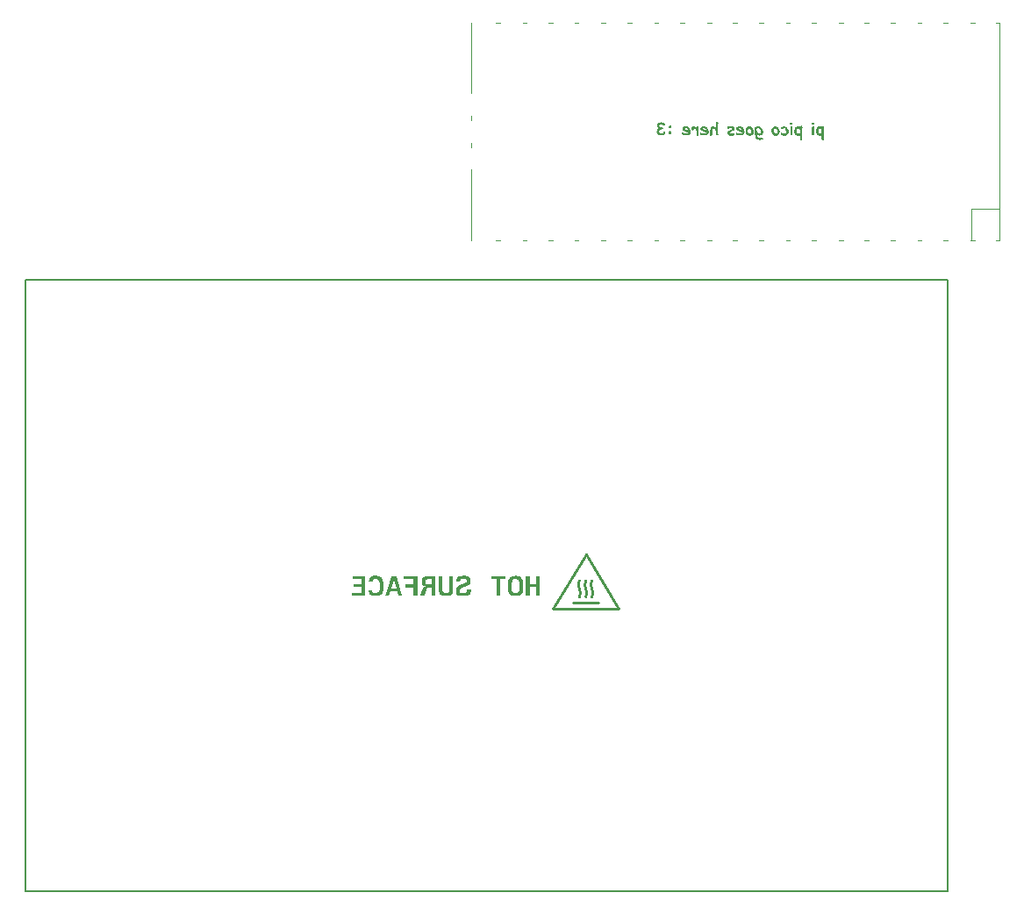
<source format=gbo>
G04 #@! TF.GenerationSoftware,KiCad,Pcbnew,9.0.1-rc2*
G04 #@! TF.CreationDate,2025-10-07T22:29:05-07:00*
G04 #@! TF.ProjectId,backlight,6261636b-6c69-4676-9874-2e6b69636164,rev?*
G04 #@! TF.SameCoordinates,Original*
G04 #@! TF.FileFunction,Legend,Bot*
G04 #@! TF.FilePolarity,Positive*
%FSLAX46Y46*%
G04 Gerber Fmt 4.6, Leading zero omitted, Abs format (unit mm)*
G04 Created by KiCad (PCBNEW 9.0.1-rc2) date 2025-10-07 22:29:05*
%MOMM*%
%LPD*%
G01*
G04 APERTURE LIST*
%ADD10C,0.300000*%
%ADD11C,0.150000*%
%ADD12C,0.400000*%
%ADD13C,0.120000*%
%ADD14C,0.250000*%
%ADD15C,2.575000*%
%ADD16R,3.500000X1.700000*%
%ADD17R,1.700000X3.500000*%
%ADD18O,1.800000X1.800000*%
%ADD19O,1.500000X1.500000*%
%ADD20C,2.200000*%
%ADD21C,1.300000*%
%ADD22O,4.200000X2.000000*%
%ADD23O,2.000000X4.200000*%
%ADD24R,2.000000X4.600000*%
%ADD25O,1.700000X1.000000*%
G04 APERTURE END LIST*
D10*
G36*
X164512278Y-72601656D02*
G01*
X164543451Y-72619433D01*
X164570417Y-72650577D01*
X164592829Y-72702649D01*
X164600752Y-72767154D01*
X164588442Y-72928794D01*
X164576939Y-73234122D01*
X164576939Y-73558281D01*
X164578624Y-73864342D01*
X164570501Y-73908181D01*
X164546677Y-73943110D01*
X164510866Y-73966329D01*
X164465491Y-73974325D01*
X164420145Y-73966277D01*
X164384378Y-73942891D01*
X164360502Y-73907733D01*
X164352357Y-73863609D01*
X164351551Y-73526481D01*
X164274378Y-73538915D01*
X164203174Y-73542894D01*
X164113132Y-73534479D01*
X164035563Y-73510379D01*
X163968020Y-73471190D01*
X163908837Y-73415986D01*
X163864727Y-73354419D01*
X163832923Y-73285360D01*
X163813251Y-73207417D01*
X163806401Y-73118791D01*
X163806415Y-73118571D01*
X164032668Y-73118571D01*
X164037740Y-73177992D01*
X164051747Y-73225385D01*
X164073627Y-73263212D01*
X164107539Y-73295773D01*
X164149832Y-73315499D01*
X164203174Y-73322489D01*
X164275718Y-73316679D01*
X164349133Y-73298969D01*
X164351590Y-73130948D01*
X164358952Y-72963452D01*
X164303614Y-72920546D01*
X164251607Y-72891572D01*
X164197882Y-72873419D01*
X164146607Y-72867612D01*
X164110698Y-72873539D01*
X164082309Y-72890633D01*
X164059536Y-72920270D01*
X164042486Y-72966676D01*
X164035715Y-73017339D01*
X164032668Y-73118571D01*
X163806415Y-73118571D01*
X163814503Y-72992179D01*
X163836828Y-72889634D01*
X163871174Y-72806868D01*
X163910697Y-72748563D01*
X163956962Y-72704681D01*
X164010608Y-72673377D01*
X164073106Y-72654009D01*
X164146607Y-72647207D01*
X164202069Y-72650973D01*
X164257689Y-72662374D01*
X164312265Y-72681261D01*
X164367964Y-72708683D01*
X164367158Y-72700476D01*
X164374931Y-72660243D01*
X164398299Y-72626324D01*
X164432886Y-72603393D01*
X164475309Y-72595623D01*
X164512278Y-72601656D01*
G37*
G36*
X163496970Y-72511212D02*
G01*
X163545968Y-72502359D01*
X163587975Y-72475822D01*
X163609571Y-72450153D01*
X163622216Y-72421662D01*
X163626516Y-72389286D01*
X163622215Y-72356913D01*
X163609568Y-72328448D01*
X163587975Y-72302824D01*
X163560595Y-72283046D01*
X163530571Y-72271343D01*
X163496970Y-72267360D01*
X163463382Y-72271352D01*
X163433512Y-72283061D01*
X163406405Y-72302824D01*
X163385077Y-72328417D01*
X163372564Y-72356883D01*
X163368303Y-72389286D01*
X163372562Y-72421692D01*
X163385075Y-72450184D01*
X163406405Y-72475822D01*
X163433507Y-72495541D01*
X163463378Y-72507227D01*
X163496970Y-72511212D01*
G37*
G36*
X163427288Y-73111317D02*
G01*
X163424430Y-73261013D01*
X163421572Y-73410710D01*
X163429716Y-73454277D01*
X163453592Y-73488819D01*
X163489295Y-73511581D01*
X163534706Y-73519447D01*
X163580128Y-73511583D01*
X163615892Y-73488819D01*
X163639711Y-73454283D01*
X163647839Y-73410710D01*
X163650696Y-73261013D01*
X163653554Y-73111317D01*
X163645348Y-72929014D01*
X163637141Y-72746565D01*
X163629011Y-72703004D01*
X163605194Y-72668529D01*
X163569424Y-72645708D01*
X163524008Y-72637828D01*
X163478603Y-72645710D01*
X163442895Y-72668529D01*
X163419020Y-72703010D01*
X163410874Y-72746565D01*
X163419081Y-72929014D01*
X163427288Y-73111317D01*
G37*
G36*
X162416088Y-72601656D02*
G01*
X162447261Y-72619433D01*
X162474228Y-72650577D01*
X162496639Y-72702649D01*
X162504562Y-72767154D01*
X162492253Y-72928794D01*
X162480749Y-73234122D01*
X162480749Y-73558281D01*
X162482434Y-73864342D01*
X162474312Y-73908181D01*
X162450487Y-73943110D01*
X162414676Y-73966329D01*
X162369301Y-73974325D01*
X162323955Y-73966277D01*
X162288188Y-73942891D01*
X162264312Y-73907733D01*
X162256168Y-73863609D01*
X162255362Y-73526481D01*
X162178188Y-73538915D01*
X162106984Y-73542894D01*
X162016942Y-73534479D01*
X161939373Y-73510379D01*
X161871830Y-73471190D01*
X161812647Y-73415986D01*
X161768537Y-73354419D01*
X161736733Y-73285360D01*
X161717062Y-73207417D01*
X161710211Y-73118791D01*
X161710225Y-73118571D01*
X161936478Y-73118571D01*
X161941550Y-73177992D01*
X161955557Y-73225385D01*
X161977438Y-73263212D01*
X162011349Y-73295773D01*
X162053643Y-73315499D01*
X162106984Y-73322489D01*
X162179528Y-73316679D01*
X162252944Y-73298969D01*
X162255400Y-73130948D01*
X162262762Y-72963452D01*
X162207424Y-72920546D01*
X162155417Y-72891572D01*
X162101692Y-72873419D01*
X162050417Y-72867612D01*
X162014509Y-72873539D01*
X161986119Y-72890633D01*
X161963346Y-72920270D01*
X161946297Y-72966676D01*
X161939525Y-73017339D01*
X161936478Y-73118571D01*
X161710225Y-73118571D01*
X161718313Y-72992179D01*
X161740638Y-72889634D01*
X161774985Y-72806868D01*
X161814507Y-72748563D01*
X161860772Y-72704681D01*
X161914418Y-72673377D01*
X161976916Y-72654009D01*
X162050417Y-72647207D01*
X162105879Y-72650973D01*
X162161499Y-72662374D01*
X162216075Y-72681261D01*
X162271775Y-72708683D01*
X162270969Y-72700476D01*
X162278741Y-72660243D01*
X162302110Y-72626324D01*
X162336696Y-72603393D01*
X162379119Y-72595623D01*
X162416088Y-72601656D01*
G37*
G36*
X161400780Y-72511212D02*
G01*
X161449778Y-72502359D01*
X161491785Y-72475822D01*
X161513381Y-72450153D01*
X161526027Y-72421662D01*
X161530327Y-72389286D01*
X161526025Y-72356913D01*
X161513379Y-72328448D01*
X161491785Y-72302824D01*
X161464405Y-72283046D01*
X161434381Y-72271343D01*
X161400780Y-72267360D01*
X161367193Y-72271352D01*
X161337322Y-72283061D01*
X161310215Y-72302824D01*
X161288888Y-72328417D01*
X161276374Y-72356883D01*
X161272113Y-72389286D01*
X161276372Y-72421692D01*
X161288885Y-72450184D01*
X161310215Y-72475822D01*
X161337317Y-72495541D01*
X161367188Y-72507227D01*
X161400780Y-72511212D01*
G37*
G36*
X161331098Y-73111317D02*
G01*
X161328240Y-73261013D01*
X161325382Y-73410710D01*
X161333526Y-73454277D01*
X161357403Y-73488819D01*
X161393106Y-73511581D01*
X161438516Y-73519447D01*
X161483938Y-73511583D01*
X161519702Y-73488819D01*
X161543522Y-73454283D01*
X161551649Y-73410710D01*
X161554507Y-73261013D01*
X161557364Y-73111317D01*
X161549158Y-72929014D01*
X161540951Y-72746565D01*
X161532821Y-72703004D01*
X161509004Y-72668529D01*
X161473235Y-72645708D01*
X161427818Y-72637828D01*
X161382414Y-72645710D01*
X161346705Y-72668529D01*
X161322831Y-72703010D01*
X161314685Y-72746565D01*
X161322891Y-72929014D01*
X161331098Y-73111317D01*
G37*
G36*
X160740445Y-73547584D02*
G01*
X160829573Y-73540768D01*
X160908649Y-73521127D01*
X160979352Y-73489273D01*
X161042989Y-73445002D01*
X161099371Y-73386431D01*
X161139047Y-73320463D01*
X161163252Y-73245591D01*
X161171656Y-73159531D01*
X161165021Y-73080679D01*
X161144559Y-72998911D01*
X161108917Y-72913136D01*
X161056105Y-72822329D01*
X160996992Y-72745299D01*
X160937608Y-72689941D01*
X160877529Y-72652650D01*
X160815831Y-72630969D01*
X160751143Y-72623759D01*
X160695086Y-72628245D01*
X160629310Y-72642860D01*
X160551987Y-72669702D01*
X160482573Y-72704406D01*
X160441335Y-72737317D01*
X160420020Y-72768732D01*
X160413429Y-72800127D01*
X160420323Y-72837911D01*
X160441272Y-72871495D01*
X160474889Y-72896623D01*
X160517549Y-72905127D01*
X160553178Y-72897121D01*
X160602399Y-72867612D01*
X160637518Y-72848103D01*
X160685780Y-72835019D01*
X160751143Y-72830096D01*
X160778303Y-72835617D01*
X160809010Y-72854222D01*
X160845100Y-72891074D01*
X160888017Y-72953561D01*
X160929806Y-73035722D01*
X160951876Y-73103433D01*
X160958505Y-73159677D01*
X160951280Y-73213907D01*
X160930651Y-73258086D01*
X160896223Y-73294646D01*
X160854515Y-73319723D01*
X160803388Y-73335567D01*
X160740445Y-73341247D01*
X160683798Y-73332037D01*
X160606063Y-73299042D01*
X160532519Y-73263951D01*
X160505239Y-73256837D01*
X160464191Y-73264846D01*
X160429402Y-73289004D01*
X160405536Y-73323791D01*
X160397821Y-73362277D01*
X160403924Y-73389167D01*
X160424513Y-73418508D01*
X160465859Y-73452040D01*
X160537186Y-73490724D01*
X160622363Y-73524775D01*
X160688870Y-73542424D01*
X160740445Y-73547584D01*
G37*
G36*
X159944648Y-72654301D02*
G01*
X160021437Y-72674679D01*
X160089386Y-72707698D01*
X160149913Y-72753683D01*
X160203868Y-72813903D01*
X160249496Y-72887217D01*
X160280972Y-72964594D01*
X160298892Y-73047070D01*
X160303080Y-73135937D01*
X160292463Y-73229071D01*
X160267725Y-73309235D01*
X160229591Y-73378707D01*
X160177636Y-73439140D01*
X160120004Y-73484826D01*
X160058074Y-73516904D01*
X159990845Y-73536272D01*
X159916932Y-73542894D01*
X159841801Y-73536652D01*
X159774960Y-73518603D01*
X159714911Y-73489139D01*
X159660533Y-73447806D01*
X159611164Y-73393344D01*
X159567316Y-73324049D01*
X159535718Y-73247875D01*
X159516263Y-73163599D01*
X159513604Y-73126484D01*
X159729280Y-73126484D01*
X159738719Y-73188052D01*
X159760137Y-73238089D01*
X159793247Y-73279039D01*
X159830506Y-73305887D01*
X159871337Y-73321773D01*
X159917005Y-73327179D01*
X159954701Y-73322552D01*
X159988767Y-73308872D01*
X160020246Y-73285560D01*
X160050300Y-73247314D01*
X160069179Y-73198343D01*
X160076007Y-73135424D01*
X160070289Y-73067792D01*
X160053778Y-73007886D01*
X160026841Y-72954293D01*
X159993962Y-72912899D01*
X159957154Y-72884878D01*
X159915633Y-72868342D01*
X159867839Y-72862922D01*
X159825736Y-72869358D01*
X159792317Y-72887268D01*
X159765388Y-72917483D01*
X159744598Y-72963479D01*
X159731508Y-73030793D01*
X159729280Y-73126484D01*
X159513604Y-73126484D01*
X159509535Y-73069698D01*
X159515401Y-72983071D01*
X159532229Y-72906553D01*
X159559286Y-72838612D01*
X159596436Y-72777999D01*
X159649705Y-72720170D01*
X159709832Y-72679975D01*
X159778206Y-72655638D01*
X159857141Y-72647207D01*
X159944648Y-72654301D01*
G37*
G36*
X158290340Y-72662879D02*
G01*
X158375130Y-72680876D01*
X158449947Y-72709691D01*
X158516220Y-72749054D01*
X158575013Y-72799321D01*
X158623266Y-72856797D01*
X158660855Y-72920579D01*
X158688205Y-72991552D01*
X158705179Y-73070914D01*
X158711080Y-73160117D01*
X158704289Y-73241629D01*
X158684785Y-73312984D01*
X158653155Y-73376002D01*
X158609011Y-73432032D01*
X158554719Y-73478104D01*
X158493438Y-73510953D01*
X158423787Y-73531165D01*
X158343837Y-73538205D01*
X158283341Y-73532749D01*
X158229091Y-73516882D01*
X158179591Y-73490437D01*
X158134789Y-73452915D01*
X158148180Y-73558973D01*
X158170877Y-73634771D01*
X158200368Y-73687461D01*
X158232153Y-73719628D01*
X158271598Y-73743067D01*
X158320347Y-73757946D01*
X158380766Y-73763299D01*
X158435699Y-73760035D01*
X158502912Y-73749230D01*
X158568033Y-73738130D01*
X158608645Y-73735162D01*
X158651664Y-73742356D01*
X158684116Y-73762786D01*
X158705385Y-73794134D01*
X158712766Y-73835106D01*
X158706719Y-73867201D01*
X158688457Y-73894673D01*
X158655060Y-73918935D01*
X158600576Y-73939540D01*
X158516828Y-73954410D01*
X158393882Y-73960256D01*
X158282216Y-73952574D01*
X158191778Y-73931354D01*
X158118723Y-73898552D01*
X158059979Y-73854964D01*
X158013449Y-73800155D01*
X157981483Y-73740096D01*
X157954888Y-73659397D01*
X157935282Y-73553018D01*
X157924936Y-73415180D01*
X157911202Y-73203898D01*
X157883976Y-73007929D01*
X157870454Y-72916032D01*
X157868045Y-72876990D01*
X158094636Y-72876990D01*
X158130686Y-73122088D01*
X158141953Y-73168094D01*
X158165502Y-73216401D01*
X158203666Y-73268048D01*
X158252762Y-73314180D01*
X158297191Y-73338454D01*
X158338927Y-73345937D01*
X158385684Y-73340020D01*
X158421719Y-73323554D01*
X158449643Y-73296771D01*
X158468829Y-73261910D01*
X158481674Y-73214256D01*
X158486499Y-73150005D01*
X158478232Y-73064426D01*
X158454953Y-72993841D01*
X158417622Y-72935169D01*
X158376041Y-72895946D01*
X158327309Y-72867822D01*
X158270000Y-72850332D01*
X158202054Y-72844164D01*
X158149590Y-72852371D01*
X158094636Y-72876990D01*
X157868045Y-72876990D01*
X157866757Y-72856108D01*
X157873942Y-72804663D01*
X157893245Y-72769346D01*
X157924345Y-72745720D01*
X157970878Y-72732936D01*
X158009925Y-72699729D01*
X158061077Y-72675490D01*
X158119784Y-72661650D01*
X158193847Y-72656586D01*
X158290340Y-72662879D01*
G37*
G36*
X157442820Y-72654301D02*
G01*
X157519609Y-72674679D01*
X157587558Y-72707698D01*
X157648084Y-72753683D01*
X157702040Y-72813903D01*
X157747668Y-72887217D01*
X157779144Y-72964594D01*
X157797063Y-73047070D01*
X157801251Y-73135937D01*
X157790635Y-73229071D01*
X157765896Y-73309235D01*
X157727763Y-73378707D01*
X157675808Y-73439140D01*
X157618175Y-73484826D01*
X157556246Y-73516904D01*
X157489016Y-73536272D01*
X157415103Y-73542894D01*
X157339972Y-73536652D01*
X157273132Y-73518603D01*
X157213083Y-73489139D01*
X157158704Y-73447806D01*
X157109336Y-73393344D01*
X157065487Y-73324049D01*
X157033890Y-73247875D01*
X157014434Y-73163599D01*
X157011775Y-73126484D01*
X157227452Y-73126484D01*
X157236890Y-73188052D01*
X157258309Y-73238089D01*
X157291419Y-73279039D01*
X157328678Y-73305887D01*
X157369509Y-73321773D01*
X157415177Y-73327179D01*
X157452872Y-73322552D01*
X157486939Y-73308872D01*
X157518418Y-73285560D01*
X157548472Y-73247314D01*
X157567351Y-73198343D01*
X157574179Y-73135424D01*
X157568461Y-73067792D01*
X157551950Y-73007886D01*
X157525013Y-72954293D01*
X157492133Y-72912899D01*
X157455326Y-72884878D01*
X157413804Y-72868342D01*
X157366010Y-72862922D01*
X157323908Y-72869358D01*
X157290489Y-72887268D01*
X157263559Y-72917483D01*
X157242770Y-72963479D01*
X157229680Y-73030793D01*
X157227452Y-73126484D01*
X157011775Y-73126484D01*
X157007706Y-73069698D01*
X157013573Y-72983071D01*
X157030400Y-72906553D01*
X157057457Y-72838612D01*
X157094608Y-72777999D01*
X157147877Y-72720170D01*
X157208004Y-72679975D01*
X157276378Y-72655638D01*
X157355313Y-72647207D01*
X157442820Y-72654301D01*
G37*
G36*
X156559701Y-72644496D02*
G01*
X156631330Y-72663759D01*
X156695551Y-72695172D01*
X156753578Y-72739186D01*
X156806133Y-72797123D01*
X156853005Y-72871329D01*
X156886919Y-72953621D01*
X156907886Y-73045415D01*
X156915163Y-73148466D01*
X156909249Y-73222751D01*
X156892303Y-73287618D01*
X156864939Y-73344694D01*
X156826966Y-73395217D01*
X156777410Y-73439946D01*
X156713312Y-73479568D01*
X156639697Y-73508728D01*
X156554904Y-73527062D01*
X156456914Y-73533515D01*
X156372138Y-73528039D01*
X156291224Y-73511813D01*
X156213429Y-73484862D01*
X156147298Y-73449347D01*
X156106235Y-73412746D01*
X156083823Y-73374845D01*
X156076555Y-73334066D01*
X156082277Y-73297113D01*
X156097584Y-73272893D01*
X156122738Y-73257849D01*
X156161771Y-73252147D01*
X156204848Y-73260437D01*
X156270801Y-73291935D01*
X156323401Y-73316044D01*
X156384836Y-73331202D01*
X156456914Y-73336558D01*
X156526334Y-73330435D01*
X156584775Y-73313110D01*
X156636363Y-73283853D01*
X156679883Y-73242769D01*
X156403645Y-73121722D01*
X156277422Y-73062558D01*
X156219217Y-73029032D01*
X156172169Y-72990321D01*
X156141495Y-72951529D01*
X156124107Y-72912022D01*
X156118394Y-72870616D01*
X156119037Y-72865706D01*
X156335648Y-72865706D01*
X156407581Y-72907243D01*
X156511869Y-72957591D01*
X156696297Y-73036432D01*
X156670349Y-72971189D01*
X156641259Y-72921734D01*
X156609468Y-72885197D01*
X156570912Y-72857187D01*
X156527938Y-72840502D01*
X156479116Y-72834785D01*
X156420637Y-72838658D01*
X156373505Y-72849314D01*
X156335648Y-72865706D01*
X156119037Y-72865706D01*
X156126191Y-72811074D01*
X156148637Y-72761383D01*
X156186278Y-72719139D01*
X156242151Y-72683404D01*
X156306631Y-72659134D01*
X156384706Y-72643467D01*
X156479043Y-72637828D01*
X156559701Y-72644496D01*
G37*
G36*
X155353938Y-72891059D02*
G01*
X155392796Y-72886394D01*
X155420273Y-72873896D01*
X155439409Y-72854290D01*
X155451464Y-72826212D01*
X155518655Y-72820717D01*
X155628067Y-72826690D01*
X155684618Y-72840222D01*
X155709397Y-72856598D01*
X155716272Y-72874939D01*
X155708790Y-72892405D01*
X155676656Y-72919313D01*
X155597424Y-72961181D01*
X155449229Y-73034172D01*
X155377678Y-73077758D01*
X155322301Y-73125754D01*
X155286102Y-73173465D01*
X155265566Y-73221683D01*
X155258830Y-73271785D01*
X155267114Y-73338105D01*
X155291029Y-73394339D01*
X155331040Y-73442916D01*
X155389988Y-73484935D01*
X155462673Y-73516115D01*
X155548417Y-73535874D01*
X155649814Y-73542894D01*
X155755683Y-73534317D01*
X155849043Y-73509628D01*
X155907781Y-73481077D01*
X155944666Y-73449491D01*
X155965189Y-73414839D01*
X155971994Y-73375539D01*
X155965873Y-73339955D01*
X155949058Y-73315889D01*
X155920357Y-73300375D01*
X155874468Y-73294353D01*
X155833142Y-73299215D01*
X155765438Y-73317800D01*
X155697630Y-73336358D01*
X155655602Y-73341247D01*
X155567745Y-73334666D01*
X155519411Y-73319211D01*
X155495884Y-73298995D01*
X155488394Y-73273909D01*
X155496696Y-73250827D01*
X155529080Y-73221058D01*
X155603945Y-73181146D01*
X155757003Y-73109567D01*
X155820393Y-73073508D01*
X155873231Y-73028225D01*
X155908528Y-72980766D01*
X155929056Y-72930338D01*
X155935944Y-72875452D01*
X155928823Y-72813133D01*
X155908568Y-72761536D01*
X155875365Y-72718235D01*
X155827447Y-72681957D01*
X155761335Y-72652775D01*
X155691527Y-72635806D01*
X155590605Y-72623732D01*
X155449852Y-72619070D01*
X155373675Y-72625235D01*
X155328512Y-72640173D01*
X155299183Y-72663576D01*
X155281096Y-72697237D01*
X155274437Y-72744879D01*
X155281448Y-72818808D01*
X155298442Y-72861392D01*
X155322173Y-72883651D01*
X155353938Y-72891059D01*
G37*
G36*
X154142371Y-72745612D02*
G01*
X154079395Y-72693438D01*
X154014071Y-72657538D01*
X153943683Y-72635803D01*
X153867745Y-72628449D01*
X153797705Y-72634206D01*
X153742681Y-72649982D01*
X153699563Y-72674376D01*
X153666098Y-72707217D01*
X153641405Y-72749220D01*
X153622249Y-72808046D01*
X153610337Y-72888568D01*
X153601325Y-73091314D01*
X153584911Y-73252147D01*
X153571748Y-73340264D01*
X153557068Y-73411369D01*
X153552964Y-73441704D01*
X153556893Y-73470742D01*
X153568355Y-73495693D01*
X153587842Y-73517615D01*
X153625541Y-73540058D01*
X153669395Y-73547584D01*
X153707870Y-73542242D01*
X153737384Y-73527287D01*
X153760169Y-73502545D01*
X153776813Y-73465591D01*
X153794373Y-73392120D01*
X153812863Y-73278599D01*
X153824310Y-73167924D01*
X153827591Y-73088309D01*
X153825613Y-73026394D01*
X153823561Y-72964478D01*
X153825173Y-72893990D01*
X153834041Y-72867456D01*
X153847974Y-72853552D01*
X153867818Y-72848854D01*
X153924945Y-72857606D01*
X153979233Y-72884397D01*
X154032535Y-72932311D01*
X154071753Y-72984513D01*
X154135850Y-73091020D01*
X154140771Y-73296002D01*
X154151837Y-73401977D01*
X154164500Y-73447713D01*
X154190719Y-73485684D01*
X154223841Y-73507298D01*
X154266129Y-73514757D01*
X154309380Y-73507129D01*
X154347755Y-73484056D01*
X154367765Y-73461653D01*
X154379412Y-73436726D01*
X154383366Y-73408292D01*
X154374353Y-73364841D01*
X154370366Y-73326524D01*
X154364535Y-73143704D01*
X154366225Y-72951902D01*
X154362849Y-72595769D01*
X154361237Y-72568732D01*
X154356328Y-72439332D01*
X154364168Y-72364374D01*
X154371935Y-72289415D01*
X154363462Y-72246747D01*
X154338376Y-72212845D01*
X154301549Y-72190529D01*
X154257190Y-72182950D01*
X154219857Y-72188400D01*
X154190273Y-72203923D01*
X154166502Y-72230102D01*
X154148160Y-72269778D01*
X154137172Y-72325459D01*
X154132553Y-72420427D01*
X154137462Y-72586683D01*
X154142371Y-72745612D01*
G37*
G36*
X153105912Y-72644496D02*
G01*
X153177541Y-72663759D01*
X153241762Y-72695172D01*
X153299789Y-72739186D01*
X153352343Y-72797123D01*
X153399216Y-72871329D01*
X153433129Y-72953621D01*
X153454097Y-73045415D01*
X153461373Y-73148466D01*
X153455459Y-73222751D01*
X153438514Y-73287618D01*
X153411149Y-73344694D01*
X153373176Y-73395217D01*
X153323620Y-73439946D01*
X153259523Y-73479568D01*
X153185907Y-73508728D01*
X153101115Y-73527062D01*
X153003125Y-73533515D01*
X152918348Y-73528039D01*
X152837435Y-73511813D01*
X152759639Y-73484862D01*
X152693509Y-73449347D01*
X152652446Y-73412746D01*
X152630034Y-73374845D01*
X152622766Y-73334066D01*
X152628487Y-73297113D01*
X152643795Y-73272893D01*
X152668949Y-73257849D01*
X152707982Y-73252147D01*
X152751059Y-73260437D01*
X152817012Y-73291935D01*
X152869612Y-73316044D01*
X152931047Y-73331202D01*
X153003125Y-73336558D01*
X153072545Y-73330435D01*
X153130986Y-73313110D01*
X153182574Y-73283853D01*
X153226094Y-73242769D01*
X152949856Y-73121722D01*
X152823632Y-73062558D01*
X152765428Y-73029032D01*
X152718379Y-72990321D01*
X152687706Y-72951529D01*
X152670318Y-72912022D01*
X152664604Y-72870616D01*
X152665247Y-72865706D01*
X152881858Y-72865706D01*
X152953792Y-72907243D01*
X153058080Y-72957591D01*
X153242507Y-73036432D01*
X153216560Y-72971189D01*
X153187470Y-72921734D01*
X153155679Y-72885197D01*
X153117122Y-72857187D01*
X153074149Y-72840502D01*
X153025327Y-72834785D01*
X152966848Y-72838658D01*
X152919716Y-72849314D01*
X152881858Y-72865706D01*
X152665247Y-72865706D01*
X152672402Y-72811074D01*
X152694848Y-72761383D01*
X152732489Y-72719139D01*
X152788362Y-72683404D01*
X152852842Y-72659134D01*
X152930917Y-72643467D01*
X153025253Y-72637828D01*
X153105912Y-72644496D01*
G37*
G36*
X151790313Y-72906226D02*
G01*
X151801543Y-72964873D01*
X151824029Y-73002009D01*
X151857054Y-73023850D01*
X151904252Y-73031743D01*
X151950979Y-73024597D01*
X151981492Y-73005540D01*
X152000363Y-72974362D01*
X152007493Y-72926157D01*
X152011597Y-72844164D01*
X152083064Y-72861784D01*
X152143798Y-72889332D01*
X152195486Y-72926561D01*
X152239257Y-72974031D01*
X152275599Y-73033062D01*
X152274793Y-73444342D01*
X152282887Y-73487209D01*
X152306740Y-73521572D01*
X152342449Y-73544391D01*
X152387853Y-73552273D01*
X152420242Y-73548355D01*
X152445951Y-73537360D01*
X152466548Y-73519447D01*
X152485965Y-73486545D01*
X152492780Y-73443976D01*
X152492780Y-72906519D01*
X152491168Y-72830609D01*
X152489482Y-72754698D01*
X152482439Y-72712015D01*
X152462078Y-72677981D01*
X152429833Y-72655330D01*
X152383750Y-72647207D01*
X152342013Y-72653333D01*
X152311609Y-72670250D01*
X152289607Y-72698230D01*
X152275599Y-72740630D01*
X152200301Y-72693205D01*
X152122122Y-72659881D01*
X152040189Y-72639892D01*
X151953418Y-72633138D01*
X151903657Y-72639112D01*
X151864871Y-72655744D01*
X151834412Y-72682684D01*
X151811096Y-72721671D01*
X151795427Y-72776238D01*
X151789507Y-72851272D01*
X151790313Y-72906226D01*
G37*
G36*
X151360259Y-72644496D02*
G01*
X151431888Y-72663759D01*
X151496109Y-72695172D01*
X151554137Y-72739186D01*
X151606691Y-72797123D01*
X151653564Y-72871329D01*
X151687477Y-72953621D01*
X151708444Y-73045415D01*
X151715721Y-73148466D01*
X151709807Y-73222751D01*
X151692861Y-73287618D01*
X151665497Y-73344694D01*
X151627524Y-73395217D01*
X151577968Y-73439946D01*
X151513870Y-73479568D01*
X151440255Y-73508728D01*
X151355463Y-73527062D01*
X151257472Y-73533515D01*
X151172696Y-73528039D01*
X151091783Y-73511813D01*
X151013987Y-73484862D01*
X150947856Y-73449347D01*
X150906793Y-73412746D01*
X150884381Y-73374845D01*
X150877113Y-73334066D01*
X150882835Y-73297113D01*
X150898142Y-73272893D01*
X150923297Y-73257849D01*
X150962329Y-73252147D01*
X151005406Y-73260437D01*
X151071359Y-73291935D01*
X151123959Y-73316044D01*
X151185394Y-73331202D01*
X151257472Y-73336558D01*
X151326893Y-73330435D01*
X151385334Y-73313110D01*
X151436922Y-73283853D01*
X151480442Y-73242769D01*
X151204203Y-73121722D01*
X151077980Y-73062558D01*
X151019775Y-73029032D01*
X150972727Y-72990321D01*
X150942054Y-72951529D01*
X150924666Y-72912022D01*
X150918952Y-72870616D01*
X150919595Y-72865706D01*
X151136206Y-72865706D01*
X151208140Y-72907243D01*
X151312427Y-72957591D01*
X151496855Y-73036432D01*
X151470907Y-72971189D01*
X151441818Y-72921734D01*
X151410027Y-72885197D01*
X151371470Y-72857187D01*
X151328496Y-72840502D01*
X151279674Y-72834785D01*
X151221196Y-72838658D01*
X151174063Y-72849314D01*
X151136206Y-72865706D01*
X150919595Y-72865706D01*
X150926749Y-72811074D01*
X150949195Y-72761383D01*
X150986836Y-72719139D01*
X151042710Y-72683404D01*
X151107189Y-72659134D01*
X151185265Y-72643467D01*
X151279601Y-72637828D01*
X151360259Y-72644496D01*
G37*
G36*
X149715006Y-72844164D02*
G01*
X149762024Y-72836292D01*
X149798976Y-72813609D01*
X149823779Y-72779074D01*
X149832169Y-72735867D01*
X149835906Y-72707803D01*
X149839569Y-72678787D01*
X149835644Y-72649542D01*
X149824198Y-72624421D01*
X149804765Y-72602364D01*
X149766766Y-72579813D01*
X149721527Y-72572175D01*
X149677805Y-72578545D01*
X149645300Y-72596254D01*
X149621130Y-72625675D01*
X149604849Y-72670267D01*
X149598575Y-72735867D01*
X149606965Y-72779074D01*
X149631768Y-72813609D01*
X149668620Y-72836321D01*
X149715006Y-72844164D01*
G37*
G36*
X149701890Y-73397521D02*
G01*
X149745849Y-73390553D01*
X149779198Y-73370845D01*
X149804631Y-73337256D01*
X149822124Y-73285108D01*
X149828945Y-73207085D01*
X149824868Y-73178390D01*
X149812836Y-73153228D01*
X149792089Y-73130588D01*
X149753966Y-73109292D01*
X149709290Y-73102085D01*
X149666234Y-73108941D01*
X149633532Y-73128351D01*
X149608559Y-73161480D01*
X149591362Y-73212979D01*
X149584653Y-73290103D01*
X149593106Y-73332631D01*
X149618285Y-73367039D01*
X149655437Y-73389706D01*
X149701890Y-73397521D01*
G37*
G36*
X148607413Y-72831268D02*
G01*
X148546157Y-72873938D01*
X148499778Y-72924242D01*
X148466499Y-72982974D01*
X148445809Y-73051811D01*
X148438519Y-73133152D01*
X148446374Y-73214226D01*
X148469350Y-73287503D01*
X148507547Y-73354706D01*
X148562350Y-73417011D01*
X148627636Y-73468031D01*
X148698641Y-73504084D01*
X148776586Y-73525989D01*
X148863135Y-73533515D01*
X148949881Y-73527374D01*
X149028719Y-73509525D01*
X149100906Y-73480392D01*
X149158576Y-73444860D01*
X149204376Y-73403809D01*
X149239783Y-73357010D01*
X149265623Y-73303732D01*
X149272218Y-73266875D01*
X149268120Y-73238063D01*
X149256073Y-73213061D01*
X149235362Y-73190818D01*
X149198470Y-73169991D01*
X149156666Y-73163048D01*
X149124257Y-73167692D01*
X149097106Y-73181175D01*
X149073868Y-73204154D01*
X149013198Y-73281383D01*
X148976968Y-73302945D01*
X148928205Y-73317185D01*
X148863209Y-73322489D01*
X148812912Y-73317200D01*
X148767815Y-73301727D01*
X148726701Y-73275888D01*
X148693321Y-73241615D01*
X148674388Y-73204748D01*
X148668083Y-73163854D01*
X148675424Y-73101994D01*
X148696210Y-73051615D01*
X148730302Y-73010034D01*
X148779805Y-72975969D01*
X148848758Y-72949754D01*
X148942710Y-72933264D01*
X149000172Y-72920840D01*
X149035805Y-72899650D01*
X149056072Y-72870731D01*
X149063170Y-72831635D01*
X149057920Y-72801206D01*
X149042236Y-72775028D01*
X149014232Y-72751818D01*
X148969747Y-72731617D01*
X148793526Y-72691024D01*
X148742629Y-72669797D01*
X148709922Y-72645521D01*
X148688747Y-72614552D01*
X148681199Y-72578404D01*
X148687021Y-72536117D01*
X148705868Y-72503881D01*
X148739103Y-72479032D01*
X148791895Y-72461739D01*
X148872221Y-72454939D01*
X148913582Y-72459797D01*
X148959836Y-72475441D01*
X149012392Y-72504178D01*
X149084159Y-72544576D01*
X149116440Y-72553418D01*
X149159686Y-72545037D01*
X149196014Y-72519859D01*
X149220782Y-72483571D01*
X149228767Y-72443728D01*
X149222504Y-72414080D01*
X149201687Y-72382161D01*
X149160661Y-72346236D01*
X149091014Y-72305316D01*
X149006683Y-72268417D01*
X148941360Y-72249432D01*
X148891052Y-72243913D01*
X148797300Y-72249588D01*
X148717536Y-72265561D01*
X148649634Y-72290659D01*
X148591806Y-72324293D01*
X148537686Y-72373281D01*
X148499617Y-72430489D01*
X148476247Y-72497525D01*
X148468048Y-72577011D01*
X148472233Y-72636307D01*
X148484087Y-72687112D01*
X148502926Y-72730811D01*
X148529664Y-72769806D01*
X148564169Y-72803167D01*
X148607413Y-72831268D01*
G37*
D11*
X87500000Y-87500000D02*
X176500000Y-87500000D01*
X176500000Y-146500000D01*
X87500000Y-146500000D01*
X87500000Y-87500000D01*
D12*
G36*
X137171911Y-117960000D02*
G01*
X136813485Y-117960000D01*
X136813485Y-117127498D01*
X136169416Y-117127498D01*
X136169416Y-117960000D01*
X135811112Y-117960000D01*
X135811112Y-116052951D01*
X136169416Y-116052951D01*
X136169416Y-116811081D01*
X136813485Y-116811081D01*
X136813485Y-116052951D01*
X137171911Y-116052951D01*
X137171911Y-117960000D01*
G37*
G36*
X134936728Y-116033550D02*
G01*
X135047008Y-116046241D01*
X135128428Y-116063837D01*
X135201458Y-116088367D01*
X135259616Y-116116371D01*
X135311669Y-116150553D01*
X135355539Y-116188895D01*
X135394373Y-116233343D01*
X135458129Y-116342484D01*
X135506315Y-116489205D01*
X135538659Y-116691804D01*
X135552108Y-116980915D01*
X135552214Y-117013558D01*
X135548146Y-117199264D01*
X135535299Y-117361686D01*
X135518059Y-117475682D01*
X135494093Y-117576227D01*
X135467665Y-117652585D01*
X135435561Y-117719839D01*
X135401203Y-117773398D01*
X135361662Y-117820090D01*
X135270218Y-117891691D01*
X135154518Y-117942036D01*
X135002538Y-117973253D01*
X134813014Y-117983447D01*
X134688527Y-117979400D01*
X134577650Y-117966707D01*
X134495931Y-117949127D01*
X134422691Y-117924622D01*
X134364458Y-117896672D01*
X134312380Y-117862564D01*
X134268558Y-117824338D01*
X134229806Y-117780033D01*
X134166323Y-117671320D01*
X134118518Y-117525226D01*
X134086666Y-117323457D01*
X134073813Y-117013558D01*
X134429430Y-117013558D01*
X134433564Y-117185526D01*
X134446871Y-117327374D01*
X134463348Y-117414006D01*
X134486090Y-117486450D01*
X134510260Y-117536715D01*
X134539488Y-117578281D01*
X134570845Y-117609077D01*
X134606918Y-117633485D01*
X134695338Y-117665009D01*
X134813014Y-117675457D01*
X134890506Y-117671381D01*
X134957821Y-117658480D01*
X135004970Y-117641013D01*
X135046195Y-117616657D01*
X135079024Y-117587840D01*
X135107354Y-117552393D01*
X135152246Y-117457526D01*
X135183468Y-117313801D01*
X135198715Y-117087801D01*
X135199406Y-117013558D01*
X135195291Y-116840253D01*
X135182119Y-116696874D01*
X135165652Y-116608039D01*
X135142936Y-116533662D01*
X135118765Y-116481876D01*
X135089561Y-116438994D01*
X135058342Y-116407232D01*
X135022474Y-116381980D01*
X134935257Y-116349201D01*
X134813014Y-116337616D01*
X134736280Y-116341692D01*
X134669650Y-116354591D01*
X134622976Y-116372062D01*
X134582171Y-116396424D01*
X134549620Y-116425307D01*
X134521529Y-116460846D01*
X134476886Y-116556282D01*
X134445700Y-116701457D01*
X134430235Y-116930880D01*
X134429430Y-117013558D01*
X134073813Y-117013558D01*
X134077881Y-116825075D01*
X134090728Y-116660239D01*
X134107965Y-116544578D01*
X134131924Y-116442571D01*
X134158331Y-116365144D01*
X134190406Y-116296947D01*
X134224689Y-116242693D01*
X134264136Y-116195385D01*
X134307058Y-116156236D01*
X134355159Y-116122920D01*
X134469996Y-116071960D01*
X134620399Y-116040219D01*
X134813014Y-116029504D01*
X134936728Y-116033550D01*
G37*
G36*
X133313851Y-117960000D02*
G01*
X132955425Y-117960000D01*
X132955425Y-116372177D01*
X132445812Y-116372177D01*
X132445812Y-116052951D01*
X133823341Y-116052951D01*
X133823341Y-116372177D01*
X133313851Y-116372177D01*
X133313851Y-117960000D01*
G37*
G36*
X129772085Y-117983447D02*
G01*
X129613911Y-117979359D01*
X129478817Y-117966380D01*
X129388842Y-117949462D01*
X129311258Y-117926018D01*
X129254261Y-117900426D01*
X129205397Y-117869383D01*
X129167286Y-117835761D01*
X129135363Y-117797019D01*
X129088906Y-117703600D01*
X129061928Y-117577194D01*
X129055355Y-117449288D01*
X129059437Y-117357335D01*
X129072378Y-117275474D01*
X129090300Y-117215183D01*
X129115434Y-117160290D01*
X129145614Y-117113770D01*
X129182914Y-117070859D01*
X129282505Y-116992777D01*
X129431890Y-116917241D01*
X129640561Y-116843077D01*
X129846715Y-116774081D01*
X129992779Y-116711976D01*
X130051967Y-116677154D01*
X130094232Y-116641750D01*
X130116341Y-116612761D01*
X130129188Y-116582244D01*
X130133321Y-116549863D01*
X130129191Y-116490865D01*
X130115915Y-116442921D01*
X130098950Y-116413382D01*
X130075392Y-116389244D01*
X130009056Y-116356396D01*
X129895232Y-116337916D01*
X129794556Y-116334808D01*
X129687452Y-116338996D01*
X129604067Y-116352683D01*
X129558598Y-116368702D01*
X129522380Y-116390703D01*
X129497659Y-116415178D01*
X129478655Y-116444995D01*
X129454711Y-116526376D01*
X129450173Y-116566594D01*
X129094556Y-116566594D01*
X129097893Y-116463084D01*
X129109840Y-116372814D01*
X129126625Y-116307924D01*
X129150105Y-116251055D01*
X129177113Y-116206620D01*
X129210076Y-116167962D01*
X129292223Y-116108209D01*
X129406251Y-116065218D01*
X129570416Y-116038055D01*
X129783321Y-116029504D01*
X129940835Y-116033594D01*
X130074904Y-116046593D01*
X130163509Y-116063462D01*
X130239655Y-116086828D01*
X130295279Y-116112274D01*
X130342766Y-116143132D01*
X130379620Y-116176551D01*
X130410289Y-116215056D01*
X130454371Y-116308198D01*
X130478804Y-116434990D01*
X130483321Y-116538628D01*
X130479241Y-116620525D01*
X130466319Y-116693715D01*
X130448259Y-116748288D01*
X130422896Y-116798184D01*
X130353525Y-116881213D01*
X130248469Y-116955850D01*
X130086455Y-117030555D01*
X129886880Y-117097334D01*
X129720781Y-117151099D01*
X129594448Y-117203312D01*
X129529724Y-117239273D01*
X129479957Y-117277046D01*
X129449112Y-117310511D01*
X129427011Y-117346503D01*
X129406536Y-117424283D01*
X129405355Y-117452096D01*
X129409458Y-117512903D01*
X129422548Y-117562573D01*
X129439438Y-117593739D01*
X129462852Y-117619298D01*
X129527826Y-117654110D01*
X129636747Y-117674204D01*
X129772085Y-117678265D01*
X129879527Y-117673086D01*
X129965413Y-117658795D01*
X130015139Y-117642013D01*
X130055677Y-117619153D01*
X130084178Y-117593813D01*
X130106873Y-117563042D01*
X130137499Y-117481690D01*
X130150173Y-117385052D01*
X130500173Y-117385052D01*
X130499510Y-117498024D01*
X130489751Y-117596998D01*
X130474577Y-117667523D01*
X130452424Y-117729735D01*
X130426659Y-117778151D01*
X130394779Y-117820660D01*
X130315619Y-117886544D01*
X130206919Y-117935024D01*
X130053208Y-117967911D01*
X129827566Y-117982997D01*
X129772085Y-117983447D01*
G37*
G36*
X128085344Y-117983447D02*
G01*
X127947638Y-117979373D01*
X127828219Y-117966487D01*
X127745747Y-117949321D01*
X127673628Y-117925474D01*
X127618988Y-117898954D01*
X127571428Y-117866691D01*
X127533079Y-117831058D01*
X127500340Y-117789858D01*
X127450260Y-117688782D01*
X127417931Y-117550732D01*
X127404884Y-117336448D01*
X127404884Y-116052951D01*
X127763310Y-116052951D01*
X127763310Y-117328021D01*
X127767466Y-117424068D01*
X127780928Y-117501789D01*
X127797402Y-117547652D01*
X127820151Y-117585226D01*
X127845763Y-117611858D01*
X127877044Y-117632945D01*
X127960767Y-117660562D01*
X128085344Y-117669961D01*
X128180095Y-117665820D01*
X128257539Y-117652463D01*
X128304379Y-117635883D01*
X128343088Y-117612962D01*
X128370881Y-117587079D01*
X128393166Y-117555458D01*
X128423149Y-117471390D01*
X128435344Y-117325212D01*
X128435344Y-116052951D01*
X128793649Y-116052951D01*
X128793649Y-117339256D01*
X128789582Y-117464247D01*
X128776747Y-117573377D01*
X128759459Y-117650070D01*
X128735418Y-117717542D01*
X128708380Y-117769484D01*
X128675434Y-117814973D01*
X128595796Y-117884419D01*
X128489381Y-117934627D01*
X128342303Y-117968127D01*
X128130650Y-117983088D01*
X128085344Y-117983447D01*
G37*
G36*
X126731628Y-116045136D02*
G01*
X127064898Y-116052951D01*
X127064898Y-117960000D01*
X126709280Y-117960000D01*
X126709280Y-117178422D01*
X126530006Y-117178422D01*
X126427067Y-117182632D01*
X126346255Y-117196470D01*
X126301372Y-117212791D01*
X126264766Y-117235297D01*
X126216820Y-117292711D01*
X126182815Y-117389326D01*
X126051290Y-117960000D01*
X125667706Y-117960000D01*
X125827197Y-117364047D01*
X125860925Y-117255370D01*
X125898610Y-117173252D01*
X125927188Y-117132288D01*
X125960238Y-117100024D01*
X126035259Y-117060377D01*
X126104413Y-117044089D01*
X126104413Y-117018932D01*
X126018485Y-117002488D01*
X125947647Y-116978977D01*
X125903009Y-116955336D01*
X125866023Y-116926043D01*
X125816866Y-116856381D01*
X125787552Y-116758078D01*
X125776883Y-116590896D01*
X126129692Y-116590896D01*
X126133881Y-116681357D01*
X126147570Y-116751563D01*
X126163582Y-116789440D01*
X126185570Y-116819068D01*
X126240801Y-116853204D01*
X126326690Y-116867355D01*
X126348045Y-116867745D01*
X126709280Y-116867745D01*
X126709280Y-116355935D01*
X126562933Y-116352515D01*
X126353662Y-116361552D01*
X126278751Y-116370591D01*
X126221356Y-116387987D01*
X126190365Y-116406275D01*
X126166532Y-116430244D01*
X126138962Y-116492260D01*
X126129692Y-116590896D01*
X125776883Y-116590896D01*
X125781546Y-116493270D01*
X125794785Y-116406633D01*
X125812792Y-116342995D01*
X125837696Y-116286281D01*
X125866415Y-116240916D01*
X125901452Y-116200760D01*
X125989089Y-116136800D01*
X126110156Y-116088815D01*
X126281371Y-116056271D01*
X126530373Y-116042255D01*
X126731628Y-116045136D01*
G37*
G36*
X125344451Y-117960000D02*
G01*
X124986025Y-117960000D01*
X124986025Y-117162791D01*
X124162804Y-117162791D01*
X124162804Y-116849305D01*
X124986025Y-116849305D01*
X124986025Y-116369368D01*
X124050819Y-116369368D01*
X124050819Y-116052951D01*
X125344451Y-116052951D01*
X125344451Y-117960000D01*
G37*
G36*
X123853593Y-117960000D02*
G01*
X123503593Y-117960000D01*
X123383181Y-117537948D01*
X122739235Y-117537948D01*
X122616014Y-117960000D01*
X122263205Y-117960000D01*
X122475150Y-117227271D01*
X122820323Y-117227271D01*
X123299161Y-117227271D01*
X123066764Y-116377794D01*
X123063956Y-116377794D01*
X122820323Y-117227271D01*
X122475150Y-117227271D01*
X122814828Y-116052951D01*
X123313205Y-116052951D01*
X123853593Y-117960000D01*
G37*
G36*
X121315543Y-117983447D02*
G01*
X121175473Y-117979354D01*
X121055106Y-117966334D01*
X120973996Y-117949253D01*
X120903450Y-117925529D01*
X120850438Y-117899229D01*
X120804458Y-117867214D01*
X120767355Y-117831686D01*
X120735741Y-117790547D01*
X120686944Y-117688285D01*
X120654658Y-117545650D01*
X120643509Y-117429748D01*
X120993509Y-117429748D01*
X121009739Y-117504611D01*
X121033011Y-117563945D01*
X121055715Y-117598535D01*
X121083971Y-117626072D01*
X121154118Y-117660593D01*
X121262827Y-117676999D01*
X121315543Y-117678265D01*
X121393757Y-117674196D01*
X121461725Y-117661343D01*
X121509519Y-117643896D01*
X121551313Y-117619582D01*
X121584593Y-117590849D01*
X121613326Y-117555534D01*
X121658848Y-117461355D01*
X121690655Y-117319278D01*
X121706620Y-117096764D01*
X121707553Y-117010750D01*
X121703429Y-116837518D01*
X121690196Y-116694190D01*
X121673703Y-116605736D01*
X121650938Y-116531605D01*
X121626709Y-116479954D01*
X121597417Y-116437122D01*
X121566060Y-116405319D01*
X121530009Y-116379977D01*
X121442186Y-116346876D01*
X121315543Y-116334808D01*
X121236590Y-116338966D01*
X121172265Y-116352439D01*
X121133015Y-116369306D01*
X121100103Y-116392714D01*
X121053378Y-116455568D01*
X121018982Y-116557327D01*
X121010362Y-116600055D01*
X120660362Y-116600055D01*
X120668919Y-116482773D01*
X120685749Y-116381327D01*
X120705689Y-116311557D01*
X120732055Y-116250712D01*
X120760974Y-116204230D01*
X120795648Y-116163986D01*
X120879475Y-116103193D01*
X120993032Y-116060770D01*
X121153820Y-116035472D01*
X121315543Y-116029504D01*
X121441088Y-116033549D01*
X121553010Y-116046231D01*
X121635697Y-116063821D01*
X121709863Y-116088339D01*
X121768894Y-116116307D01*
X121821733Y-116150436D01*
X121866200Y-116188640D01*
X121905574Y-116232911D01*
X121970125Y-116341280D01*
X122018917Y-116486438D01*
X122051798Y-116686154D01*
X122065809Y-116970027D01*
X122065979Y-117010750D01*
X122061913Y-117195080D01*
X122049081Y-117356605D01*
X122031813Y-117470485D01*
X122007804Y-117571089D01*
X121981288Y-117647718D01*
X121949071Y-117715318D01*
X121914563Y-117769283D01*
X121874844Y-117816412D01*
X121782987Y-117888907D01*
X121666895Y-117940148D01*
X121514769Y-117972288D01*
X121315543Y-117983447D01*
G37*
G36*
X120278244Y-117960000D02*
G01*
X119040665Y-117960000D01*
X119040665Y-117652009D01*
X119919940Y-117652009D01*
X119919940Y-117123712D01*
X119208704Y-117123712D01*
X119208704Y-116815722D01*
X119919940Y-116815722D01*
X119919940Y-116361064D01*
X119096719Y-116361064D01*
X119096719Y-116052951D01*
X120278244Y-116052951D01*
X120278244Y-117960000D01*
G37*
D13*
X181500000Y-83635000D02*
X181500000Y-62635000D01*
X181500000Y-83635000D02*
X181200000Y-83635000D01*
X181500000Y-62635000D02*
X181200000Y-62635000D01*
X179100000Y-83635000D02*
X178700000Y-83635000D01*
X179100000Y-62635000D02*
X178700000Y-62635000D01*
X178833000Y-83635000D02*
X178833000Y-80628000D01*
X178833000Y-80628000D02*
X181500000Y-80628000D01*
X176500000Y-83635000D02*
X176100000Y-83635000D01*
X176500000Y-62635000D02*
X176100000Y-62635000D01*
X174000000Y-83635000D02*
X173600000Y-83635000D01*
X174000000Y-62635000D02*
X173600000Y-62635000D01*
X171400000Y-83635000D02*
X171000000Y-83635000D01*
X171400000Y-62635000D02*
X171000000Y-62635000D01*
X168900000Y-83635000D02*
X168500000Y-83635000D01*
X168900000Y-62635000D02*
X168500000Y-62635000D01*
X166400000Y-83635000D02*
X166000000Y-83635000D01*
X166400000Y-62635000D02*
X166000000Y-62635000D01*
X163800000Y-83635000D02*
X163400000Y-83635000D01*
X163800000Y-62635000D02*
X163400000Y-62635000D01*
X161300000Y-83635000D02*
X160900000Y-83635000D01*
X161300000Y-62635000D02*
X160900000Y-62635000D01*
X158700000Y-83635000D02*
X158300000Y-83635000D01*
X158700000Y-62635000D02*
X158300000Y-62635000D01*
X156200000Y-83635000D02*
X155800000Y-83635000D01*
X156200000Y-62635000D02*
X155800000Y-62635000D01*
X153700000Y-83635000D02*
X153300000Y-83635000D01*
X153700000Y-62635000D02*
X153300000Y-62635000D01*
X151100000Y-83635000D02*
X150700000Y-83635000D01*
X151100000Y-62635000D02*
X150700000Y-62635000D01*
X148600000Y-83635000D02*
X148200000Y-83635000D01*
X148600000Y-62635000D02*
X148200000Y-62635000D01*
X146000000Y-83635000D02*
X145600000Y-83635000D01*
X146000000Y-62635000D02*
X145600000Y-62635000D01*
X143500000Y-83635000D02*
X143100000Y-83635000D01*
X143500000Y-62635000D02*
X143100000Y-62635000D01*
X140900000Y-83635000D02*
X140500000Y-83635000D01*
X140900000Y-62635000D02*
X140500000Y-62635000D01*
X138400000Y-83635000D02*
X138000000Y-83635000D01*
X138400000Y-62635000D02*
X138000000Y-62635000D01*
X135900000Y-83635000D02*
X135500000Y-83635000D01*
X135900000Y-62635000D02*
X135500000Y-62635000D01*
X133300000Y-83635000D02*
X132900000Y-83635000D01*
X133300000Y-62635000D02*
X132900000Y-62635000D01*
X130500001Y-72035000D02*
X130500000Y-71635000D01*
X130500000Y-76835000D02*
X130500000Y-83635000D01*
X130500000Y-74635000D02*
X130500001Y-74235000D01*
X130500000Y-62635000D02*
X130500000Y-69435000D01*
D14*
X142181749Y-117298143D02*
G75*
G02*
X142179151Y-118096798I-779179J-396797D01*
G01*
X142179152Y-117296798D02*
G75*
G02*
X142181749Y-116498143I779157J396798D01*
G01*
X141602597Y-117294941D02*
G75*
G02*
X141600001Y-118093596I-779147J-396799D01*
G01*
X141600000Y-117293596D02*
G75*
G02*
X141602597Y-116494941I779157J396798D01*
G01*
X140981749Y-117298143D02*
G75*
G02*
X140979151Y-118096798I-779179J-396797D01*
G01*
X140979152Y-117296798D02*
G75*
G02*
X140981749Y-116498143I779157J396798D01*
G01*
X144800000Y-119200000D02*
X141600000Y-114000000D01*
X144800000Y-119200000D02*
X138400000Y-119200000D01*
X141600000Y-114000000D02*
X138400000Y-119200000D01*
X140400000Y-118612588D02*
X142800000Y-118612588D01*
%LPC*%
D15*
X180787500Y-88500000D02*
G75*
G02*
X178212500Y-88500000I-1287500J0D01*
G01*
X178212500Y-88500000D02*
G75*
G02*
X180787500Y-88500000I1287500J0D01*
G01*
X85787500Y-88500000D02*
G75*
G02*
X83212500Y-88500000I-1287500J0D01*
G01*
X83212500Y-88500000D02*
G75*
G02*
X85787500Y-88500000I1287500J0D01*
G01*
X85787500Y-145500000D02*
G75*
G02*
X83212500Y-145500000I-1287500J0D01*
G01*
X83212500Y-145500000D02*
G75*
G02*
X85787500Y-145500000I1287500J0D01*
G01*
X180787500Y-145500000D02*
G75*
G02*
X178212500Y-145500000I-1287500J0D01*
G01*
X178212500Y-145500000D02*
G75*
G02*
X180787500Y-145500000I1287500J0D01*
G01*
D16*
X131200000Y-70595000D03*
X131200000Y-73135000D03*
X131200000Y-75675000D03*
D17*
X180130000Y-63345000D03*
X177590000Y-63345000D03*
X175050000Y-63345000D03*
X172510000Y-63345000D03*
X169970000Y-63345000D03*
X167430000Y-63345000D03*
X164890000Y-63345000D03*
X162350000Y-63345000D03*
X159810000Y-63345000D03*
X157270000Y-63345000D03*
X154730000Y-63345000D03*
X152190000Y-63345000D03*
X149650000Y-63345000D03*
X147110000Y-63345000D03*
X144570000Y-63345000D03*
X142030000Y-63345000D03*
X139490000Y-63345000D03*
X136950000Y-63345000D03*
X134410000Y-63345000D03*
X131870000Y-63345000D03*
X131870000Y-82925000D03*
X134410000Y-82925000D03*
X136950000Y-82925000D03*
X139490000Y-82925000D03*
X142030000Y-82925000D03*
X144570000Y-82925000D03*
X147110000Y-82925000D03*
X149650000Y-82925000D03*
X152190000Y-82925000D03*
X154730000Y-82925000D03*
X157270000Y-82925000D03*
X159810000Y-82925000D03*
X162350000Y-82925000D03*
X164890000Y-82925000D03*
X167430000Y-82925000D03*
X169970000Y-82925000D03*
X172510000Y-82925000D03*
X175050000Y-82925000D03*
X177590000Y-82925000D03*
X180130000Y-82925000D03*
D18*
X180000000Y-70410000D03*
D19*
X176970000Y-70710000D03*
X176970000Y-75560000D03*
D18*
X180000000Y-75860000D03*
D20*
X179500000Y-88500000D03*
X84500000Y-88500000D03*
D21*
X84500000Y-141000000D03*
D20*
X84500000Y-145500000D03*
D22*
X93300000Y-68225001D03*
D23*
X89900000Y-63425001D03*
D24*
X96200000Y-63425001D03*
D20*
X179500000Y-145500000D03*
D25*
X84600000Y-80220000D03*
X88400000Y-80220000D03*
X84600000Y-71580000D03*
X88400000Y-71580000D03*
D21*
X177000000Y-59500000D03*
%LPD*%
M02*

</source>
